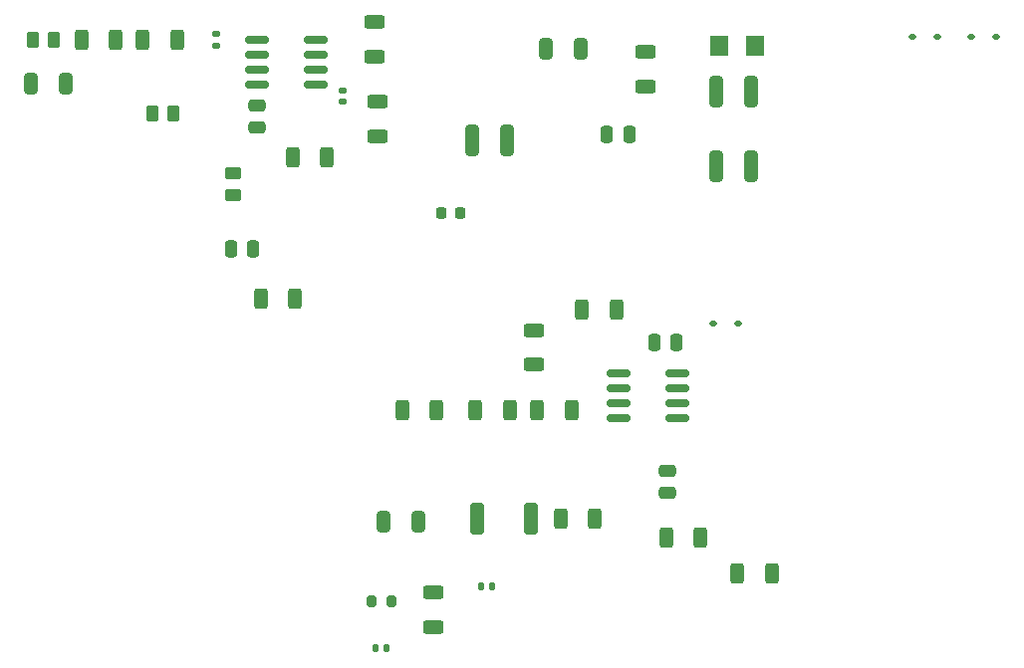
<source format=gtp>
%TF.GenerationSoftware,KiCad,Pcbnew,7.0.2*%
%TF.CreationDate,2023-07-16T22:24:44-04:00*%
%TF.ProjectId,hellerune,68656c6c-6572-4756-9e65-2e6b69636164,rev?*%
%TF.SameCoordinates,Original*%
%TF.FileFunction,Paste,Top*%
%TF.FilePolarity,Positive*%
%FSLAX46Y46*%
G04 Gerber Fmt 4.6, Leading zero omitted, Abs format (unit mm)*
G04 Created by KiCad (PCBNEW 7.0.2) date 2023-07-16 22:24:44*
%MOMM*%
%LPD*%
G01*
G04 APERTURE LIST*
G04 Aperture macros list*
%AMRoundRect*
0 Rectangle with rounded corners*
0 $1 Rounding radius*
0 $2 $3 $4 $5 $6 $7 $8 $9 X,Y pos of 4 corners*
0 Add a 4 corners polygon primitive as box body*
4,1,4,$2,$3,$4,$5,$6,$7,$8,$9,$2,$3,0*
0 Add four circle primitives for the rounded corners*
1,1,$1+$1,$2,$3*
1,1,$1+$1,$4,$5*
1,1,$1+$1,$6,$7*
1,1,$1+$1,$8,$9*
0 Add four rect primitives between the rounded corners*
20,1,$1+$1,$2,$3,$4,$5,0*
20,1,$1+$1,$4,$5,$6,$7,0*
20,1,$1+$1,$6,$7,$8,$9,0*
20,1,$1+$1,$8,$9,$2,$3,0*%
G04 Aperture macros list end*
%ADD10RoundRect,0.250000X-0.625000X0.312500X-0.625000X-0.312500X0.625000X-0.312500X0.625000X0.312500X0*%
%ADD11RoundRect,0.250000X-0.325000X-0.650000X0.325000X-0.650000X0.325000X0.650000X-0.325000X0.650000X0*%
%ADD12RoundRect,0.150000X0.825000X0.150000X-0.825000X0.150000X-0.825000X-0.150000X0.825000X-0.150000X0*%
%ADD13RoundRect,0.250000X-0.450000X0.262500X-0.450000X-0.262500X0.450000X-0.262500X0.450000X0.262500X0*%
%ADD14RoundRect,0.250000X0.312500X0.625000X-0.312500X0.625000X-0.312500X-0.625000X0.312500X-0.625000X0*%
%ADD15RoundRect,0.250000X-0.250000X-0.475000X0.250000X-0.475000X0.250000X0.475000X-0.250000X0.475000X0*%
%ADD16RoundRect,0.112500X-0.187500X-0.112500X0.187500X-0.112500X0.187500X0.112500X-0.187500X0.112500X0*%
%ADD17RoundRect,0.250000X-0.312500X-1.075000X0.312500X-1.075000X0.312500X1.075000X-0.312500X1.075000X0*%
%ADD18RoundRect,0.140000X-0.140000X-0.170000X0.140000X-0.170000X0.140000X0.170000X-0.140000X0.170000X0*%
%ADD19RoundRect,0.250000X-0.312500X-0.625000X0.312500X-0.625000X0.312500X0.625000X-0.312500X0.625000X0*%
%ADD20RoundRect,0.225000X0.225000X0.250000X-0.225000X0.250000X-0.225000X-0.250000X0.225000X-0.250000X0*%
%ADD21RoundRect,0.250000X-0.262500X-0.450000X0.262500X-0.450000X0.262500X0.450000X-0.262500X0.450000X0*%
%ADD22RoundRect,0.250000X0.625000X-0.312500X0.625000X0.312500X-0.625000X0.312500X-0.625000X-0.312500X0*%
%ADD23RoundRect,0.250000X0.312500X1.075000X-0.312500X1.075000X-0.312500X-1.075000X0.312500X-1.075000X0*%
%ADD24RoundRect,0.250000X0.362500X1.075000X-0.362500X1.075000X-0.362500X-1.075000X0.362500X-1.075000X0*%
%ADD25RoundRect,0.140000X0.170000X-0.140000X0.170000X0.140000X-0.170000X0.140000X-0.170000X-0.140000X0*%
%ADD26RoundRect,0.250000X0.325000X0.650000X-0.325000X0.650000X-0.325000X-0.650000X0.325000X-0.650000X0*%
%ADD27RoundRect,0.250000X0.250000X0.475000X-0.250000X0.475000X-0.250000X-0.475000X0.250000X-0.475000X0*%
%ADD28RoundRect,0.200000X-0.200000X-0.275000X0.200000X-0.275000X0.200000X0.275000X-0.200000X0.275000X0*%
%ADD29RoundRect,0.250000X-0.475000X0.250000X-0.475000X-0.250000X0.475000X-0.250000X0.475000X0.250000X0*%
%ADD30RoundRect,0.150000X-0.825000X-0.150000X0.825000X-0.150000X0.825000X0.150000X-0.825000X0.150000X0*%
%ADD31RoundRect,0.250000X0.262500X0.450000X-0.262500X0.450000X-0.262500X-0.450000X0.262500X-0.450000X0*%
%ADD32R,1.500000X1.800000*%
G04 APERTURE END LIST*
D10*
X121500000Y-54750000D03*
X121500000Y-57675000D03*
D11*
X136050000Y-57000000D03*
X139000000Y-57000000D03*
D10*
X135000000Y-80937500D03*
X135000000Y-83862500D03*
D12*
X116450000Y-60060000D03*
X116450000Y-58790000D03*
X116450000Y-57520000D03*
X116450000Y-56250000D03*
X111500000Y-56250000D03*
X111500000Y-57520000D03*
X111500000Y-58790000D03*
X111500000Y-60060000D03*
D13*
X109500000Y-67587500D03*
X109500000Y-69412500D03*
D14*
X142062500Y-79200000D03*
X139137500Y-79200000D03*
X114750000Y-78250000D03*
X111825000Y-78250000D03*
D15*
X109300000Y-74000000D03*
X111200000Y-74000000D03*
D14*
X104712500Y-56250000D03*
X101787500Y-56250000D03*
D16*
X172200000Y-56000000D03*
X174300000Y-56000000D03*
X150300000Y-80400000D03*
X152400000Y-80400000D03*
D17*
X129825000Y-64750000D03*
X132750000Y-64750000D03*
D18*
X121540000Y-108000000D03*
X122500000Y-108000000D03*
D19*
X123825000Y-87750000D03*
X126750000Y-87750000D03*
D20*
X128750000Y-71000000D03*
X127200000Y-71000000D03*
D16*
X167200000Y-56000000D03*
X169300000Y-56000000D03*
D21*
X102587500Y-62500000D03*
X104412500Y-62500000D03*
D19*
X130037500Y-87750000D03*
X132962500Y-87750000D03*
D22*
X121750000Y-64425000D03*
X121750000Y-61500000D03*
D23*
X153462500Y-60600000D03*
X150537500Y-60600000D03*
D14*
X149200000Y-98600000D03*
X146275000Y-98600000D03*
D24*
X134812500Y-97000000D03*
X130187500Y-97000000D03*
D25*
X108000000Y-56730000D03*
X108000000Y-55770000D03*
X118750000Y-61480000D03*
X118750000Y-60520000D03*
D26*
X125225000Y-97250000D03*
X122275000Y-97250000D03*
D27*
X147150000Y-82000000D03*
X145250000Y-82000000D03*
D28*
X121250000Y-104000000D03*
X122900000Y-104000000D03*
D29*
X111500000Y-61800000D03*
X111500000Y-63700000D03*
D11*
X92300000Y-60000000D03*
X95250000Y-60000000D03*
D22*
X144500000Y-60212500D03*
X144500000Y-57287500D03*
D19*
X152337500Y-101600000D03*
X155262500Y-101600000D03*
D15*
X141250000Y-64250000D03*
X143150000Y-64250000D03*
D14*
X99500000Y-56250000D03*
X96575000Y-56250000D03*
D30*
X142250000Y-84600000D03*
X142250000Y-85870000D03*
X142250000Y-87140000D03*
X142250000Y-88410000D03*
X147200000Y-88410000D03*
X147200000Y-87140000D03*
X147200000Y-85870000D03*
X147200000Y-84600000D03*
D10*
X126500000Y-103250000D03*
X126500000Y-106175000D03*
D19*
X135325000Y-87750000D03*
X138250000Y-87750000D03*
X114537500Y-66250000D03*
X117462500Y-66250000D03*
X137287500Y-97000000D03*
X140212500Y-97000000D03*
D31*
X94250000Y-56250000D03*
X92425000Y-56250000D03*
D32*
X150800000Y-56750000D03*
X153800000Y-56750000D03*
D18*
X130540000Y-102750000D03*
X131500000Y-102750000D03*
D17*
X150537500Y-67000000D03*
X153462500Y-67000000D03*
D29*
X146400000Y-92900000D03*
X146400000Y-94800000D03*
M02*

</source>
